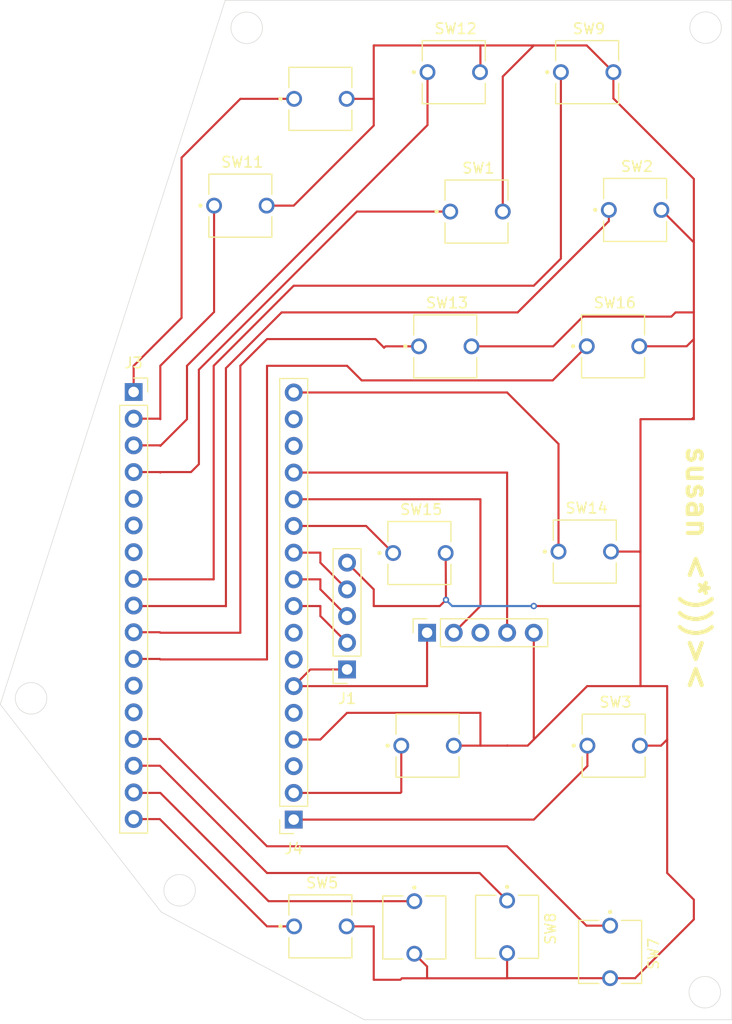
<source format=kicad_pcb>
(kicad_pcb (version 20240108) (generator "pcbnew") (generator_version "8.0")
  (layers (0 "F.Cu" signal) (31 "B.Cu" signal) (34 "B.Paste" user) (35 "F.Paste" user) (36 "B.SilkS" user "B.Silkscreen") (37 "F.SilkS" user "F.Silkscreen") (38 "B.Mask" user) (39 "F.Mask" user) (44 "Edge.Cuts" user))
  (net 0 "")
  (net 1 "/D8")
  (net 2 "/VCC")
  (net 3 "/A0")
  (net 4 "/GND")
  (net 5 "/A1")
  (net 6 "/D16")
  (net 7 "/D6")
  (net 8 "/D7")
  (net 9 "/D17")
  (net 10 "/D11")
  (net 11 "/D10")
  (net 12 "/D15")
  (net 13 "/RST")
  (net 14 "/D14")
  (net 15 "/D5")
  (net 16 "/D2")
  (net 17 "/D3")
  (net 18 "/D12")
  (net 19 "/D9")
  (net 20 "/D4")
  (net 21 "/3V")
  (net 22 "/A2")
  (net 23 "/NC")
  (net 24 "/D13")
  (net 25 "/VIN")
  (net 26 "/A3")
  (net 27 "/A5")
  (net 28 "/A4")
  (net 29 "/REF")
  (net 30 "/D0")
  (net 31 "/D1")
  (footprint "Downloads:SW_BUTT-2" (layer "F.Cu") (at 139.7 66.04)
    (property "Reference" "SW11" (at 0.175 -4.135 0) (layer "F.SilkS"))
    (property "Value" "D_Pad_LEFT")
    (fp_line (start -3 -3) (end 3 -3) (stroke (width 0.127)) (layer "F.SilkS"))
    (fp_line (start -3 -1.075) (end -3 -3) (stroke (width 0.127)) (layer "F.SilkS"))
    (fp_line (start -3 3) (end -3 1.075) (stroke (width 0.127)) (layer "F.SilkS"))
    (fp_line (start 3 -3) (end 3 -1.075) (stroke (width 0.127)) (layer "F.SilkS"))
    (fp_line (start 3 1.075) (end 3 3) (stroke (width 0.127)) (layer "F.SilkS"))
    (fp_line (start 3 3) (end -3 3) (stroke (width 0.127)) (layer "F.SilkS"))
    (fp_circle (center -3.8 0) (end -3.7 0) (stroke (width 0.2)) (fill none) (layer "F.SilkS"))
    (pad "1" thru_hole circle (at -2.5 0) (size 1.508 1.508) (drill 1) (layers "*.Cu" "*.Mask") (net 10 "/D11"))
    (pad "2" thru_hole circle (at 2.5 0) (size 1.508 1.508) (drill 1) (layers "*.Cu" "*.Mask") (net 4 "/GND"))
  )
  (footprint "Downloads:SW_BUTT-2" (layer "F.Cu") (at 156.749313 99.095503)
    (property "Reference" "SW15" (at 0.175 -4.135 0) (layer "F.SilkS"))
    (property "Value" "Y_Button" (hide yes))
    (fp_line (start -3 -3) (end 3 -3) (stroke (width 0.127)) (layer "F.SilkS"))
    (fp_line (start -3 -1.075) (end -3 -3) (stroke (width 0.127)) (layer "F.SilkS"))
    (fp_line (start -3 3) (end -3 1.075) (stroke (width 0.127)) (layer "F.SilkS"))
    (fp_line (start 3 -3) (end 3 -1.075) (stroke (width 0.127)) (layer "F.SilkS"))
    (fp_line (start 3 1.075) (end 3 3) (stroke (width 0.127)) (layer "F.SilkS"))
    (fp_line (start 3 3) (end -3 3) (stroke (width 0.127)) (layer "F.SilkS"))
    (fp_circle (center -3.8 0) (end -3.7 0) (stroke (width 0.2)) (fill none) (layer "F.SilkS"))
    (pad "1" thru_hole circle (at -2.5 0) (size 1.508 1.508) (drill 1) (layers "*.Cu" "*.Mask") (net 22 "/A2"))
    (pad "2" thru_hole circle (at 2.5 0) (size 1.508 1.508) (drill 1) (layers "*.Cu" "*.Mask") (net 4 "/GND"))
  )
  (footprint "Connector_PinSocket_2.54mm:PinSocket_1x17_P2.54mm_Vertical" (layer "F.Cu") (at 129.54 83.77259)
    (property "Reference" "J3" (at 0 -2.77 0) (layer "F.SilkS"))
    (property "Value" "Conn_01x17_Pin" (hide yes))
    (fp_line (start -1.33 1.27) (end -1.33 41.97) (stroke (width 0.12)) (layer "F.SilkS"))
    (fp_line (start -1.33 1.27) (end 1.33 1.27) (stroke (width 0.12)) (layer "F.SilkS"))
    (fp_line (start -1.33 41.97) (end 1.33 41.97) (stroke (width 0.12)) (layer "F.SilkS"))
    (fp_line (start 0 -1.33) (end 1.33 -1.33) (stroke (width 0.12)) (layer "F.SilkS"))
    (fp_line (start 1.33 -1.33) (end 1.33 0) (stroke (width 0.12)) (layer "F.SilkS"))
    (fp_line (start 1.33 1.27) (end 1.33 41.97) (stroke (width 0.12)) (layer "F.SilkS"))
    (pad "1" thru_hole rect (at 0 0) (size 1.7 1.7) (drill 1) (layers "*.Cu" "*.Mask") (net 18 "/D12"))
    (pad "2" thru_hole oval (at 0 2.54) (size 1.7 1.7) (drill 1) (layers "*.Cu" "*.Mask") (net 10 "/D11"))
    (pad "3" thru_hole oval (at 0 5.08) (size 1.7 1.7) (drill 1) (layers "*.Cu" "*.Mask") (net 11 "/D10"))
    (pad "4" thru_hole oval (at 0 7.62) (size 1.7 1.7) (drill 1) (layers "*.Cu" "*.Mask") (net 19 "/D9"))
    (pad "5" thru_hole oval (at 0 10.16) (size 1.7 1.7) (drill 1) (layers "*.Cu" "*.Mask") (net 1 "/D8"))
    (pad "6" thru_hole oval (at 0 12.7) (size 1.7 1.7) (drill 1) (layers "*.Cu" "*.Mask") (net 8 "/D7"))
    (pad "7" thru_hole oval (at 0 15.24) (size 1.7 1.7) (drill 1) (layers "*.Cu" "*.Mask") (net 7 "/D6"))
    (pad "8" thru_hole oval (at 0 17.78) (size 1.7 1.7) (drill 1) (layers "*.Cu" "*.Mask") (net 15 "/D5"))
    (pad "9" thru_hole oval (at 0 20.32) (size 1.7 1.7) (drill 1) (layers "*.Cu" "*.Mask") (net 20 "/D4"))
    (pad "10" thru_hole oval (at 0 22.86) (size 1.7 1.7) (drill 1) (layers "*.Cu" "*.Mask") (net 17 "/D3"))
    (pad "11" thru_hole oval (at 0 25.4) (size 1.7 1.7) (drill 1) (layers "*.Cu" "*.Mask") (net 16 "/D2"))
    (pad "12" thru_hole oval (at 0 27.94) (size 1.7 1.7) (drill 1) (layers "*.Cu" "*.Mask") (net 4 "/GND"))
    (pad "13" thru_hole oval (at 0 30.48) (size 1.7 1.7) (drill 1) (layers "*.Cu" "*.Mask") (net 13 "/RST"))
    (pad "14" thru_hole oval (at 0 33.02) (size 1.7 1.7) (drill 1) (layers "*.Cu" "*.Mask") (net 30 "/D0"))
    (pad "15" thru_hole oval (at 0 35.56) (size 1.7 1.7) (drill 1) (layers "*.Cu" "*.Mask") (net 31 "/D1"))
    (pad "16" thru_hole oval (at 0 38.1) (size 1.7 1.7) (drill 1) (layers "*.Cu" "*.Mask") (net 9 "/D17"))
    (pad "17" thru_hole oval (at 0 40.64) (size 1.7 1.7) (drill 1) (layers "*.Cu" "*.Mask") (net 6 "/D16"))
  )
  (footprint "Downloads:SW_BUTT-2" (layer "F.Cu") (at 165.1 134.66 -90)
    (property "Reference" "SW8" (at 0.175 -4.135 90) (layer "F.SilkS"))
    (property "Value" "Select_Button")
    (fp_line (start -3 3) (end -3 1.075) (stroke (width 0.127)) (layer "F.SilkS"))
    (fp_line (start 3 3) (end -3 3) (stroke (width 0.127)) (layer "F.SilkS"))
    (fp_line (start 3 1.075) (end 3 3) (stroke (width 0.127)) (layer "F.SilkS"))
    (fp_line (start -3 -1.075) (end -3 -3) (stroke (width 0.127)) (layer "F.SilkS"))
    (fp_line (start -3 -3) (end 3 -3) (stroke (width 0.127)) (layer "F.SilkS"))
    (fp_line (start 3 -3) (end 3 -1.075) (stroke (width 0.127)) (layer "F.SilkS"))
    (fp_circle (center -3.8 0) (end -3.7 0) (stroke (width 0.2)) (fill none) (layer "F.SilkS"))
    (pad "1" thru_hole circle (at -2.5 0 270) (size 1.508 1.508) (drill 1) (layers "*.Cu" "*.Mask") (net 31 "/D1"))
    (pad "2" thru_hole circle (at 2.5 0 270) (size 1.508 1.508) (drill 1) (layers "*.Cu" "*.Mask") (net 4 "/GND"))
  )
  (footprint "Downloads:SW_BUTT-2" (layer "F.Cu") (at 162.185753 66.605625)
    (property "Reference" "SW1" (at 0.175 -4.135 0) (layer "F.SilkS"))
    (property "Value" "Left_Trigger")
    (fp_line (start -3 -3) (end 3 -3) (stroke (width 0.127)) (layer "F.SilkS"))
    (fp_line (start -3 -1.075) (end -3 -3) (stroke (width 0.127)) (layer "F.SilkS"))
    (fp_line (start -3 3) (end -3 1.075) (stroke (width 0.127)) (layer "F.SilkS"))
    (fp_line (start 3 -3) (end 3 -1.075) (stroke (width 0.127)) (layer "F.SilkS"))
    (fp_line (start 3 1.075) (end 3 3) (stroke (width 0.127)) (layer "F.SilkS"))
    (fp_line (start 3 3) (end -3 3) (stroke (width 0.127)) (layer "F.SilkS"))
    (fp_circle (center -3.8 0) (end -3.7 0) (stroke (width 0.2)) (fill none) (layer "F.SilkS"))
    (pad "1" thru_hole circle (at -2.5 0) (size 1.508 1.508) (drill 1) (layers "*.Cu" "*.Mask") (net 19 "/D9"))
    (pad "2" thru_hole circle (at 2.5 0) (size 1.508 1.508) (drill 1) (layers "*.Cu" "*.Mask") (net 4 "/GND"))
  )
  (footprint "Downloads:SW_BUTT-2" (layer "F.Cu") (at 177.287224 66.449227)
    (property "Reference" "SW2" (at 0.175 -4.135 0) (layer "F.SilkS"))
    (property "Value" "Right_Trigger")
    (fp_line (start -3 -3) (end 3 -3) (stroke (width 0.127)) (layer "F.SilkS"))
    (fp_line (start -3 -1.075) (end -3 -3) (stroke (width 0.127)) (layer "F.SilkS"))
    (fp_line (start -3 3) (end -3 1.075) (stroke (width 0.127)) (layer "F.SilkS"))
    (fp_line (start 3 -3) (end 3 -1.075) (stroke (width 0.127)) (layer "F.SilkS"))
    (fp_line (start 3 1.075) (end 3 3) (stroke (width 0.127)) (layer "F.SilkS"))
    (fp_line (start 3 3) (end -3 3) (stroke (width 0.127)) (layer "F.SilkS"))
    (fp_circle (center -3.8 0) (end -3.7 0) (stroke (width 0.2)) (fill none) (layer "F.SilkS"))
    (pad "1" thru_hole circle (at -2.5 0) (size 1.508 1.508) (drill 1) (layers "*.Cu" "*.Mask") (net 20 "/D4"))
    (pad "2" thru_hole circle (at 2.5 0) (size 1.508 1.508) (drill 1) (layers "*.Cu" "*.Mask") (net 4 "/GND"))
  )
  (footprint "Downloads:SW_BUTT-2" (layer "F.Cu") (at 175.185285 79.423786)
    (property "Reference" "SW16" (at 0.175 -4.135 0) (layer "F.SilkS"))
    (property "Value" "B_Button")
    (fp_line (start -3 -3) (end 3 -3) (stroke (width 0.127)) (layer "F.SilkS"))
    (fp_line (start -3 -1.075) (end -3 -3) (stroke (width 0.127)) (layer "F.SilkS"))
    (fp_line (start -3 3) (end -3 1.075) (stroke (width 0.127)) (layer "F.SilkS"))
    (fp_line (start 3 -3) (end 3 -1.075) (stroke (width 0.127)) (layer "F.SilkS"))
    (fp_line (start 3 1.075) (end 3 3) (stroke (width 0.127)) (layer "F.SilkS"))
    (fp_line (start 3 3) (end -3 3) (stroke (width 0.127)) (layer "F.SilkS"))
    (fp_circle (center -3.8 0) (end -3.7 0) (stroke (width 0.2)) (fill none) (layer "F.SilkS"))
    (pad "1" thru_hole circle (at -2.5 0) (size 1.508 1.508) (drill 1) (layers "*.Cu" "*.Mask") (net 16 "/D2"))
    (pad "2" thru_hole circle (at 2.5 0) (size 1.508 1.508) (drill 1) (layers "*.Cu" "*.Mask") (net 4 "/GND"))
  )
  (footprint "Connector_PinSocket_2.54mm:PinSocket_1x05_P2.54mm_Vertical" (layer "F.Cu") (at 149.86 110.173624 180)
    (property "Reference" "J1" (at 0 -2.77 180) (layer "F.SilkS"))
    (property "Value" "Joystick_F_TH")
    (fp_line (start 1.33 1.27) (end 1.33 11.49) (stroke (width 0.12)) (layer "F.SilkS"))
    (fp_line (start 1.33 -1.33) (end 1.33 0) (stroke (width 0.12)) (layer "F.SilkS"))
    (fp_line (start 0 -1.33) (end 1.33 -1.33) (stroke (width 0.12)) (layer "F.SilkS"))
    (fp_line (start -1.33 11.49) (end 1.33 11.49) (stroke (width 0.12)) (layer "F.SilkS"))
    (fp_line (start -1.33 1.27) (end 1.33 1.27) (stroke (width 0.12)) (layer "F.SilkS"))
    (fp_line (start -1.33 1.27) (end -1.33 11.49) (stroke (width 0.12)) (layer "F.SilkS"))
    (pad "1" thru_hole rect (at 0 0 180) (size 1.7 1.7) (drill 1) (layers "*.Cu" "*.Mask") (net 2 "/VCC"))
    (pad "2" thru_hole oval (at 0 2.54 180) (size 1.7 1.7) (drill 1) (layers "*.Cu" "*.Mask") (net 27 "/A5"))
    (pad "3" thru_hole oval (at 0 5.08 180) (size 1.7 1.7) (drill 1) (layers "*.Cu" "*.Mask") (net 28 "/A4"))
    (pad "4" thru_hole oval (at 0 7.62 180) (size 1.7 1.7) (drill 1) (layers "*.Cu" "*.Mask") (net 26 "/A3"))
    (pad "5" thru_hole oval (at 0 10.16 180) (size 1.7 1.7) (drill 1) (layers "*.Cu" "*.Mask") (net 4 "/GND"))
  )
  (footprint "Downloads:SW_BUTT-2" (layer "F.Cu") (at 157.524084 117.423391)
    (property "Reference" "SW4" (hide yes))
    (property "Value" "Left_Bumper")
    (fp_line (start -3 -3) (end 3 -3) (stroke (width 0.127)) (layer "F.SilkS"))
    (fp_line (start -3 -1.075) (end -3 -3) (stroke (width 0.127)) (layer "F.SilkS"))
    (fp_line (start -3 3) (end -3 1.075) (stroke (width 0.127)) (layer "F.SilkS"))
    (fp_line (start 3 -3) (end 3 -1.075) (stroke (width 0.127)) (layer "F.SilkS"))
    (fp_line (start 3 1.075) (end 3 3) (stroke (width 0.127)) (layer "F.SilkS"))
    (fp_line (start 3 3) (end -3 3) (stroke (width 0.127)) (layer "F.SilkS"))
    (fp_circle (center -3.8 0) (end -3.7 0) (stroke (width 0.2)) (fill none) (layer "F.SilkS"))
    (pad "1" thru_hole circle (at -2.5 0) (size 1.508 1.508) (drill 1) (layers "*.Cu" "*.Mask") (net 14 "/D14"))
    (pad "2" thru_hole circle (at 2.5 0) (size 1.508 1.508) (drill 1) (layers "*.Cu" "*.Mask") (net 4 "/GND"))
  )
  (footprint "Downloads:SW_BUTT-2" (layer "F.Cu") (at 172.493718 98.957746)
    (property "Reference" "SW14" (at 0.175 -4.135 0) (layer "F.SilkS"))
    (property "Value" "X_Button" (hide yes))
    (fp_line (start -3 -3) (end 3 -3) (stroke (width 0.127)) (layer "F.SilkS"))
    (fp_line (start -3 -1.075) (end -3 -3) (stroke (width 0.127)) (layer "F.SilkS"))
    (fp_line (start -3 3) (end -3 1.075) (stroke (width 0.127)) (layer "F.SilkS"))
    (fp_line (start 3 -3) (end 3 -1.075) (stroke (width 0.127)) (layer "F.SilkS"))
    (fp_line (start 3 1.075) (end 3 3) (stroke (width 0.127)) (layer "F.SilkS"))
    (fp_line (start 3 3) (end -3 3) (stroke (width 0.127)) (layer "F.SilkS"))
    (fp_circle (center -3.8 0) (end -3.7 0) (stroke (width 0.2)) (fill none) (layer "F.SilkS"))
    (pad "1" thru_hole circle (at -2.5 0) (size 1.508 1.508) (drill 1) (layers "*.Cu" "*.Mask") (net 24 "/D13"))
    (pad "2" thru_hole circle (at 2.5 0) (size 1.508 1.508) (drill 1) (layers "*.Cu" "*.Mask") (net 4 "/GND"))
  )
  (footprint "Downloads:SW_BUTT-2" (layer "F.Cu") (at 160.02 53.34)
    (property "Reference" "SW12" (at 0.175 -4.135 0) (layer "F.SilkS"))
    (property "Value" "D_Pad_RIGHT")
    (fp_line (start -3 -3) (end 3 -3) (stroke (width 0.127)) (layer "F.SilkS"))
    (fp_line (start -3 -1.075) (end -3 -3) (stroke (width 0.127)) (layer "F.SilkS"))
    (fp_line (start -3 3) (end -3 1.075) (stroke (width 0.127)) (layer "F.SilkS"))
    (fp_line (start 3 -3) (end 3 -1.075) (stroke (width 0.127)) (layer "F.SilkS"))
    (fp_line (start 3 1.075) (end 3 3) (stroke (width 0.127)) (layer "F.SilkS"))
    (fp_line (start 3 3) (end -3 3) (stroke (width 0.127)) (layer "F.SilkS"))
    (fp_circle (center -3.8 0) (end -3.7 0) (stroke (width 0.2)) (fill none) (layer "F.SilkS"))
    (pad "1" thru_hole circle (at -2.5 0) (size 1.508 1.508) (drill 1) (layers "*.Cu" "*.Mask") (net 11 "/D10"))
    (pad "2" thru_hole circle (at 2.5 0) (size 1.508 1.508) (drill 1) (layers "*.Cu" "*.Mask") (net 4 "/GND"))
  )
  (footprint "Downloads:SW_BUTT-2" (layer "F.Cu") (at 174.908308 137.050096 -90)
    (property "Reference" "SW7" (at 0.175 -4.135 90) (layer "F.SilkS"))
    (property "Value" "Joy_Button")
    (fp_line (start -3 3) (end -3 1.075) (stroke (width 0.127)) (layer "F.SilkS"))
    (fp_line (start 3 3) (end -3 3) (stroke (width 0.127)) (layer "F.SilkS"))
    (fp_line (start 3 1.075) (end 3 3) (stroke (width 0.127)) (layer "F.SilkS"))
    (fp_line (start -3 -1.075) (end -3 -3) (stroke (width 0.127)) (layer "F.SilkS"))
    (fp_line (start -3 -3) (end 3 -3) (stroke (width 0.127)) (layer "F.SilkS"))
    (fp_line (start 3 -3) (end 3 -1.075) (stroke (width 0.127)) (layer "F.SilkS"))
    (fp_circle (center -3.8 0) (end -3.7 0) (stroke (width 0.2)) (fill none) (layer "F.SilkS"))
    (pad "1" thru_hole circle (at -2.5 0 270) (size 1.508 1.508) (drill 1) (layers "*.Cu" "*.Mask") (net 30 "/D0"))
    (pad "2" thru_hole circle (at 2.5 0 270) (size 1.508 1.508) (drill 1) (layers "*.Cu" "*.Mask") (net 4 "/GND"))
  )
  (footprint "Downloads:SW_BUTT-2" (layer "F.Cu") (at 147.32 134.62)
    (property "Reference" "SW5" (at 0.175 -4.135 0) (layer "F.SilkS"))
    (property "Value" "Start_Button")
    (fp_line (start -3 -3) (end 3 -3) (stroke (width 0.127)) (layer "F.SilkS"))
    (fp_line (start -3 -1.075) (end -3 -3) (stroke (width 0.127)) (layer "F.SilkS"))
    (fp_line (start -3 3) (end -3 1.075) (stroke (width 0.127)) (layer "F.SilkS"))
    (fp_line (start 3 -3) (end 3 -1.075) (stroke (width 0.127)) (layer "F.SilkS"))
    (fp_line (start 3 1.075) (end 3 3) (stroke (width 0.127)) (layer "F.SilkS"))
    (fp_line (start 3 3) (end -3 3) (stroke (width 0.127)) (layer "F.SilkS"))
    (fp_circle (center -3.8 0) (end -3.7 0) (stroke (width 0.2)) (fill none) (layer "F.SilkS"))
    (pad "1" thru_hole circle (at -2.5 0) (size 1.508 1.508) (drill 1) (layers "*.Cu" "*.Mask") (net 6 "/D16"))
    (pad "2" thru_hole circle (at 2.5 0) (size 1.508 1.508) (drill 1) (layers "*.Cu" "*.Mask") (net 4 "/GND"))
  )
  (footprint "Downloads:SW_BUTT-2" (layer "F.Cu") (at 159.209308 79.430209)
    (property "Reference" "SW13" (at 0.175 -4.135 0) (layer "F.SilkS"))
    (property "Value" "A_Button")
    (fp_line (start -3 -3) (end 3 -3) (stroke (width 0.127)) (layer "F.SilkS"))
    (fp_line (start -3 -1.075) (end -3 -3) (stroke (width 0.127)) (layer "F.SilkS"))
    (fp_line (start -3 3) (end -3 1.075) (stroke (width 0.127)) (layer "F.SilkS"))
    (fp_line (start 3 -3) (end 3 -1.075) (stroke (width 0.127)) (layer "F.SilkS"))
    (fp_line (start 3 1.075) (end 3 3) (stroke (width 0.127)) (layer "F.SilkS"))
    (fp_line (start 3 3) (end -3 3) (stroke (width 0.127)) (layer "F.SilkS"))
    (fp_circle (center -3.8 0) (end -3.7 0) (stroke (width 0.2)) (fill none) (layer "F.SilkS"))
    (pad "1" thru_hole circle (at -2.5 0) (size 1.508 1.508) (drill 1) (layers "*.Cu" "*.Mask") (net 17 "/D3"))
    (pad "2" thru_hole circle (at 2.5 0) (size 1.508 1.508) (drill 1) (layers "*.Cu" "*.Mask") (net 4 "/GND"))
  )
  (footprint "Connector_PinSocket_2.54mm:PinSocket_1x05_P2.54mm_Vertical" (layer "F.Cu") (at 157.48 106.68 90)
    (property "Reference" "J2" (hide yes))
    (property "Value" "Joystick_B_TH")
    (fp_line (start 1.33 -1.33) (end 1.33 0) (stroke (width 0.12)) (layer "F.SilkS"))
    (fp_line (start 0 -1.33) (end 1.33 -1.33) (stroke (width 0.12)) (layer "F.SilkS"))
    (fp_line (start 1.33 1.27) (end 1.33 11.49) (stroke (width 0.12)) (layer "F.SilkS"))
    (fp_line (start -1.33 1.27) (end 1.33 1.27) (stroke (width 0.12)) (layer "F.SilkS"))
    (fp_line (start -1.33 1.27) (end -1.33 11.49) (stroke (width 0.12)) (layer "F.SilkS"))
    (fp_line (start -1.33 11.49) (end 1.33 11.49) (stroke (width 0.12)) (layer "F.SilkS"))
    (pad "1" thru_hole rect (at 0 0 90) (size 1.7 1.7) (drill 1) (layers "*.Cu" "*.Mask") (net 2 "/VCC"))
    (pad "2" thru_hole oval (at 0 2.54 90) (size 1.7 1.7) (drill 1) (layers "*.Cu" "*.Mask") (net 5 "/A1"))
    (pad "3" thru_hole oval (at 0 5.08 90) (size 1.7 1.7) (drill 1) (layers "*.Cu" "*.Mask") (net 15 "/D5"))
    (pad "4" thru_hole oval (at 0 7.62 90) (size 1.7 1.7) (drill 1) (layers "*.Cu" "*.Mask") (net 3 "/A0"))
    (pad "5" thru_hole oval (at 0 10.16 90) (size 1.7 1.7) (drill 1) (layers "*.Cu" "*.Mask") (net 4 "/GND"))
  )
  (footprint "Downloads:SW_BUTT-2" (layer "F.Cu") (at 175.246012 117.423391)
    (property "Reference" "SW3" (at 0.175 -4.135 0) (layer "F.SilkS"))
    (property "Value" "Right_Bumper")
    (fp_line (start -3 -3) (end 3 -3) (stroke (width 0.127)) (layer "F.SilkS"))
    (fp_line (start -3 -1.075) (end -3 -3) (stroke (width 0.127)) (layer "F.SilkS"))
    (fp_line (start -3 3) (end -3 1.075) (stroke (width 0.127)) (layer "F.SilkS"))
    (fp_line (start 3 -3) (end 3 -1.075) (stroke (width 0.127)) (layer "F.SilkS"))
    (fp_line (start 3 1.075) (end 3 3) (stroke (width 0.127)) (layer "F.SilkS"))
    (fp_line (start 3 3) (end -3 3) (stroke (width 0.127)) (layer "F.SilkS"))
    (fp_circle (center -3.8 0) (end -3.7 0) (stroke (width 0.2)) (fill none) (layer "F.SilkS"))
    (pad "1" thru_hole circle (at -2.5 0) (size 1.508 1.508) (drill 1) (layers "*.Cu" "*.Mask") (net 12 "/D15"))
    (pad "2" thru_hole circle (at 2.5 0) (size 1.508 1.508) (drill 1) (layers "*.Cu" "*.Mask") (net 4 "/GND"))
  )
  (footprint "Downloads:SW_BUTT-2" (layer "F.Cu") (at 156.265609 134.723352 -90)
    (property "Reference" "SW6" (hide yes))
    (property "Value" "Home_Button" (hide yes))
    (fp_line (start -3 3) (end -3 1.075) (stroke (width 0.127)) (layer "F.SilkS"))
    (fp_line (start 3 3) (end -3 3) (stroke (width 0.127)) (layer "F.SilkS"))
    (fp_line (start 3 1.075) (end 3 3) (stroke (width 0.127)) (layer "F.SilkS"))
    (fp_line (start -3 -1.075) (end -3 -3) (stroke (width 0.127)) (layer "F.SilkS"))
    (fp_line (start -3 -3) (end 3 -3) (stroke (width 0.127)) (layer "F.SilkS"))
    (fp_line (start 3 -3) (end 3 -1.075) (stroke (width 0.127)) (layer "F.SilkS"))
    (fp_circle (center -3.8 0) (end -3.7 0) (stroke (width 0.2)) (fill none) (layer "F.SilkS"))
    (pad "1" thru_hole circle (at -2.5 0 270) (size 1.508 1.508) (drill 1) (layers "*.Cu" "*.Mask") (net 9 "/D17"))
    (pad "2" thru_hole circle (at 2.5 0 270) (size 1.508 1.508) (drill 1) (layers "*.Cu" "*.Mask") (net 4 "/GND"))
  )
  (footprint "Downloads:SW_BUTT-2" (layer "F.Cu") (at 147.32 55.88)
    (property "Reference" "SW10" (hide yes))
    (property "Value" "D_Pad_DOWN")
    (fp_line (start -3 -3) (end 3 -3) (stroke (width 0.127)) (layer "F.SilkS"))
    (fp_line (start -3 -1.075) (end -3 -3) (stroke (width 0.127)) (layer "F.SilkS"))
    (fp_line (start -3 3) (end -3 1.075) (stroke (width 0.127)) (layer "F.SilkS"))
    (fp_line (start 3 -3) (end 3 -1.075) (stroke (width 0.127)) (layer "F.SilkS"))
    (fp_line (start 3 1.075) (end 3 3) (stroke (width 0.127)) (layer "F.SilkS"))
    (fp_line (start 3 3) (end -3 3) (stroke (width 0.127)) (layer "F.SilkS"))
    (fp_circle (center -3.8 0) (end -3.7 0) (stroke (width 0.2)) (fill none) (layer "F.SilkS"))
    (pad "1" thru_hole circle (at -2.5 0) (size 1.508 1.508) (drill 1) (layers "*.Cu" "*.Mask") (net 18 "/D12"))
    (pad "2" thru_hole circle (at 2.5 0) (size 1.508 1.508) (drill 1) (layers "*.Cu" "*.Mask") (net 4 "/GND"))
  )
  (footprint "Connector_PinSocket_2.54mm:PinSocket_1x17_P2.54mm_Vertical" (layer "F.Cu") (at 144.78 124.46 180)
    (property "Reference" "J4" (at 0 -2.77 180) (layer "F.SilkS"))
    (property "Value" "Conn_01x17_Pin")
    (fp_line (start 1.33 1.27) (end 1.33 41.97) (stroke (width 0.12)) (layer "F.SilkS"))
    (fp_line (start 1.33 -1.33) (end 1.33 0) (stroke (width 0.12)) (layer "F.SilkS"))
    (fp_line (start 0 -1.33) (end 1.33 -1.33) (stroke (width 0.12)) (layer "F.SilkS"))
    (fp_line (start -1.33 41.97) (end 1.33 41.97) (stroke (width 0.12)) (layer "F.SilkS"))
    (fp_line (start -1.33 1.27) (end 1.33 1.27) (stroke (width 0.12)) (layer "F.SilkS"))
    (fp_line (start -1.33 1.27) (end -1.33 41.97) (stroke (width 0.12)) (layer "F.SilkS"))
    (pad "1" thru_hole rect (at 0 0 180) (size 1.7 1.7) (drill 1) (layers "*.Cu" "*.Mask") (net 12 "/D15"))
    (pad "2" thru_hole oval (at 0 2.54 180) (size 1.7 1.7) (drill 1) (layers "*.Cu" "*.Mask") (net 14 "/D14"))
    (pad "3" thru_hole oval (at 0 5.08 180) (size 1.7 1.7) (drill 1) (layers "*.Cu" "*.Mask") (net 25 "/VIN"))
    (pad "4" thru_hole oval (at 0 7.62 180) (size 1.7 1.7) (drill 1) (layers "*.Cu" "*.Mask") (net 4 "/GND"))
    (pad "5" thru_hole oval (at 0 10.16 180) (size 1.7 1.7) (drill 1) (layers "*.Cu" "*.Mask") (net 13 "/RST"))
    (pad "6" thru_hole oval (at 0 12.7 180) (size 1.7 1.7) (drill 1) (layers "*.Cu" "*.Mask") (net 2 "/VCC"))
    (pad "7" thru_hole oval (at 0 15.24 180) (size 1.7 1.7) (drill 1) (layers "*.Cu" "*.Mask") (net 23 "/NC"))
    (pad "8" thru_hole oval (at 0 17.78 180) (size 1.7 1.7) (drill 1) (layers "*.Cu" "*.Mask") (net 23 "/NC"))
    (pad "9" thru_hole oval (at 0 20.32 180) (size 1.7 1.7) (drill 1) (layers "*.Cu" "*.Mask") (net 27 "/A5"))
    (pad "10" thru_hole oval (at 0 22.86 180) (size 1.7 1.7) (drill 1) (layers "*.Cu" "*.Mask") (net 28 "/A4"))
    (pad "11" thru_hole oval (at 0 25.4 180) (size 1.7 1.7) (drill 1) (layers "*.Cu" "*.Mask") (net 26 "/A3"))
    (pad "12" thru_hole oval (at 0 27.94 180) (size 1.7 1.7) (drill 1) (layers "*.Cu" "*.Mask") (net 22 "/A2"))
    (pad "13" thru_hole oval (at 0 30.48 180) (size 1.7 1.7) (drill 1) (layers "*.Cu" "*.Mask") (net 5 "/A1"))
    (pad "14" thru_hole oval (at 0 33.02 180) (size 1.7 1.7) (drill 1) (layers "*.Cu" "*.Mask") (net 3 "/A0"))
    (pad "15" thru_hole oval (at 0 35.56 180) (size 1.7 1.7) (drill 1) (layers "*.Cu" "*.Mask") (net 29 "/REF"))
    (pad "16" thru_hole oval (at 0 38.1 180) (size 1.7 1.7) (drill 1) (layers "*.Cu" "*.Mask") (net 21 "/3V"))
    (pad "17" thru_hole oval (at 0 40.64 180) (size 1.7 1.7) (drill 1) (layers "*.Cu" "*.Mask") (net 24 "/D13"))
  )
  (footprint "Downloads:SW_BUTT-2" (layer "F.Cu") (at 172.72 53.34)
    (property "Reference" "SW9" (at 0.175 -4.135 0) (layer "F.SilkS"))
    (property "Value" "D_Pad_UP" (hide yes))
    (fp_line (start -3 -3) (end 3 -3) (stroke (width 0.127)) (layer "F.SilkS"))
    (fp_line (start -3 -1.075) (end -3 -3) (stroke (width 0.127)) (layer "F.SilkS"))
    (fp_line (start -3 3) (end -3 1.075) (stroke (width 0.127)) (layer "F.SilkS"))
    (fp_line (start 3 -3) (end 3 -1.075) (stroke (width 0.127)) (layer "F.SilkS"))
    (fp_line (start 3 1.075) (end 3 3) (stroke (width 0.127)) (layer "F.SilkS"))
    (fp_line (start 3 3) (end -3 3) (stroke (width 0.127)) (layer "F.SilkS"))
    (fp_circle (center -3.8 0) (end -3.7 0) (stroke (width 0.2)) (fill none) (layer "F.SilkS"))
    (pad "1" thru_hole circle (at -2.5 0) (size 1.508 1.508) (drill 1) (layers "*.Cu" "*.Mask") (net 15 "/D5"))
    (pad "2" thru_hole circle (at 2.5 0) (size 1.508 1.508) (drill 1) (layers "*.Cu" "*.Mask") (net 4 "/GND"))
  )
  (gr_line (start 132.161297 133.254945) (end 151.5 143.5) (stroke (width 0.05)) (layer "Edge.Cuts"))
  (gr_line (start 186.5 46.5) (end 186.5 113.5) (stroke (width 0.05)) (layer "Edge.Cuts"))
  (gr_line (start 186.5 143.5) (end 151.5 143.5) (stroke (width 0.05)) (layer "Edge.Cuts"))
  (gr_circle (center 140.30418 49.120068) (end 141.80418 49.120068) (stroke (width 0.05)) (fill none) (layer "Edge.Cuts"))
  (gr_line (start 138.26 46.5) (end 116.84 113.5) (stroke (width 0.05)) (layer "Edge.Cuts"))
  (gr_line (start 186.5 113.5) (end 186.5 143.5) (stroke (width 0.05)) (layer "Edge.Cuts"))
  (gr_circle (center 133.91857 131.183274) (end 135.41857 131.183274) (stroke (width 0.05)) (fill none) (layer "Edge.Cuts"))
  (gr_line (start 138.26 46.5) (end 186.5 46.5) (stroke (width 0.05)) (layer "Edge.Cuts"))
  (gr_circle (center 183.92154 140.88501) (end 185.42154 140.88501) (stroke (width 0.05)) (fill none) (layer "Edge.Cuts"))
  (gr_circle (center 119.773215 112.921082) (end 121.273215 112.921082) (stroke (width 0.05)) (fill none) (layer "Edge.Cuts"))
  (gr_line (start 116.84 113.5) (end 132.161297 133.254945) (stroke (width 0.05)) (layer "Edge.Cuts"))
  (gr_circle (center 183.999439 49.10721) (end 185.499439 49.10721) (stroke (width 0.05)) (fill none) (layer "Edge.Cuts"))
  (gr_text "susan <*)))><\n" (at 182.034987 88.72711 270) (layer "F.SilkS") (effects (font (size 2 2) (thickness 0.4) (bold yes)) (justify left bottom)))
  (segment (start 146.366376 110.173624) (end 144.78 111.76) (width 0.2) (layer "F.Cu") (net 2))
  (segment (start 157.48 106.68) (end 157.48 111.76) (width 0.2) (layer "F.Cu") (net 2))
  (segment (start 149.86 110.173624) (end 146.366376 110.173624) (width 0.2) (layer "F.Cu") (net 2))
  (segment (start 157.48 111.76) (end 144.78 111.76) (width 0.2) (layer "F.Cu") (net 2))
  (segment (start 144.78 91.44) (end 165.1 91.44) (width 0.2) (layer "F.Cu") (net 3))
  (segment (start 165.1 91.44) (end 165.1 106.68) (width 0.2) (layer "F.Cu") (net 3))
  (segment (start 179.787224 66.449227) (end 182.88 69.542003) (width 0.2) (layer "F.Cu") (net 4))
  (segment (start 177.8 99.06) (end 177.8 104.14) (width 0.2) (layer "F.Cu") (net 4))
  (segment (start 182.88 132.08) (end 182.88 133.957282) (width 0.2) (layer "F.Cu") (net 4))
  (segment (start 159.249313 99.095503) (end 158.87 99.474816) (width 0.2) (layer "F.Cu") (net 4))
  (segment (start 159.249313 103.574153) (end 159.278151 103.602991) (width 0.2) (layer "F.Cu") (net 4))
  (segment (start 182.88 63.5) (end 182.88 69.542003) (width 0.2) (layer "F.Cu") (net 4))
  (segment (start 162.56 117.423391) (end 165.1 117.423391) (width 0.2) (layer "F.Cu") (net 4))
  (segment (start 177.266418 139.550096) (end 174.908308 139.550096) (width 0.2) (layer "F.Cu") (net 4))
  (segment (start 181.14 76.2) (end 182.88 76.2) (width 0.2) (layer "F.Cu") (net 4))
  (segment (start 154.94 139.7) (end 155.07952 139.56048) (width 0.2) (layer "F.Cu") (net 4))
  (segment (start 164.685753 53.754247) (end 167.64 50.8) (width 0.2) (layer "F.Cu") (net 4))
  (segment (start 165.1 117.423391) (end 167.056609 117.423391) (width 0.2) (layer "F.Cu") (net 4))
  (segment (start 165.1 137.16) (end 165.1 139.56048) (width 0.2) (layer "F.Cu") (net 4))
  (segment (start 177.276802 139.56048) (end 177.266418 139.550096) (width 0.2) (layer "F.Cu") (net 4))
  (segment (start 162.56 53.3) (end 162.52 53.34) (width 0.2) (layer "F.Cu") (net 4))
  (segment (start 175.22 53.34) (end 175.22 55.84) (width 0.2) (layer "F.Cu") (net 4))
  (segment (start 167.64 50.8) (end 172.68 50.8) (width 0.2) (layer "F.Cu") (net 4))
  (segment (start 158.691686 104.14) (end 159.278151 103.553535) (width 0.2) (layer "F.Cu") (net 4))
  (segment (start 177.8 111.76) (end 180.34 111.76) (width 0.2) (layer "F.Cu") (net 4))
  (segment (start 177.685285 79.423786) (end 182.196214 79.423786) (width 0.2) (layer "F.Cu") (net 4))
  (segment (start 149.82 134.62) (end 152.4 134.62) (width 0.2) (layer "F.Cu") (net 4))
  (segment (start 152.4 55.88) (end 149.82 55.88) (width 0.2) (layer "F.Cu") (net 4))
  (segment (start 157.48 139.56048) (end 165.1 139.56048) (width 0.2) (layer "F.Cu") (net 4))
  (segment (start 152.4 134.62) (end 152.4 139.7) (width 0.2) (layer "F.Cu") (net 4))
  (segment (start 177.8 104.14) (end 177.8 111.76) (width 0.2) (layer "F.Cu") (net 4))
  (segment (start 157.48 138.437743) (end 157.48 139.56048) (width 0.2) (layer "F.Cu") (net 4))
  (segment (start 177.8 86.36) (end 182.88 86.36) (width 0.2) (layer "F.Cu") (net 4))
  (segment (start 152.4 50.8) (end 162.56 50.8) (width 0.2) (layer "F.Cu") (net 4))
  (segment (start 147.32 116.84) (end 144.78 116.84) (width 0.2) (layer "F.Cu") (net 4))
  (segment (start 172.32 76.6) (end 169.489791 79.430209) (width 0.2) (layer "F.Cu") (net 4))
  (segment (start 164.685753 66.605625) (end 164.685753 53.754247) (width 0.2) (layer "F.Cu") (net 4))
  (segment (start 152.4 104.14) (end 158.691686 104.14) (width 0.2) (layer "F.Cu") (net 4))
  (segment (start 152.4 58.42) (end 152.4 55.88) (width 0.2) (layer "F.Cu") (net 4))
  (segment (start 152.4 139.7) (end 154.94 139.7) (width 0.2) (layer "F.Cu") (net 4))
  (segment (start 172.68 50.8) (end 175.22 53.34) (width 0.2) (layer "F.Cu") (net 4))
  (segment (start 162.56 50.8) (end 167.64 50.8) (width 0.2) (layer "F.Cu") (net 4))
  (segment (start 170.18 114.3) (end 172.72 111.76) (width 0.2) (layer "F.Cu") (net 4))
  (segment (start 144.78 66.04) (end 152.4 58.42) (width 0.2) (layer "F.Cu") (net 4))
  (segment (start 162.56 114.3) (end 160.02 114.3) (width 0.2) (layer "F.Cu") (net 4))
  (segment (start 179.756609 117.423391) (end 180.34 116.84) (width 0.2) (layer "F.Cu") (net 4))
  (segment (start 177.697746 98.957746) (end 177.8 99.06) (width 0.2) (layer "F.Cu") (net 4))
  (segment (start 180.34 129.54) (end 182.88 132.08) (width 0.2) (layer "F.Cu") (net 4))
  (segment (start 180.34 116.84) (end 180.34 129.54) (width 0.2) (layer "F.Cu") (net 4))
  (segment (start 180.74 76.6) (end 172.32 76.6) (width 0.2) (layer "F.Cu") (net 4))
  (segment (start 149.86 114.3) (end 147.32 116.84) (width 0.2) (layer "F.Cu") (net 4))
  (segment (start 152.4 55.88) (end 152.4 50.8) (width 0.2) (layer "F.Cu") (net 4))
  (segment (start 162.56 50.8) (end 162.56 53.3) (width 0.2) (layer "F.Cu") (net 4))
  (segment (start 159.278151 103.553535) (end 159.249313 103.574153) (width 0.2) (layer "F.Cu") (net 4))
  (segment (start 182.88 69.542003) (end 182.88 76.2) (width 0.2) (layer "F.Cu") (net 4))
  (segment (start 177.8 86.36) (end 177.8 99.06) (width 0.2) (layer "F.Cu") (net 4))
  (segment (start 182.77331 86.25331) (end 182.88 86.36) (width 0.2) (layer "F.Cu") (net 4))
  (segment (start 167.056609 117.423391) (end 167.64 116.84) (width 0.2) (layer "F.Cu") (net 4))
  (segment (start 160.02 114.3) (end 149.86 114.3) (width 0.2) (layer "F.Cu") (net 4))
  (segment (start 159.249313 99.095503) (end 159.278151 103.553535) (width 0.2) (layer "F.Cu") (net 4))
  (segment (start 167.64 116.84) (end 170.18 114.3) (width 0.2) (layer "F.Cu") (net 4))
  (segment (start 180.34 111.76) (end 180.34 116.84) (width 0.2) (layer "F.Cu") (net 4))
  (segment (start 169.489791 79.430209) (end 161.709308 79.430209) (width 0.2) (layer "F.Cu") (net 4))
  (segment (start 172.72 111.76) (end 177.8 111.76) (width 0.2) (layer "F.Cu") (net 4))
  (segment (start 142.2 66.04) (end 144.78 66.04) (width 0.2) (layer "F.Cu") (net 4))
  (segment (start 149.86 100.013624) (end 152.4 102.553624) (width 0.2) (layer "F.Cu") (net 4))
  (segment (start 177.746012 117.423391) (end 179.756609 117.423391) (width 0.2) (layer "F.Cu") (net 4))
  (segment (start 162.56 117.423391) (end 162.56 114.3) (width 0.2) (layer "F.Cu") (net 4))
  (segment (start 155.07952 139.56048) (end 157.48 139.56048) (width 0.2) (layer "F.Cu") (net 4))
  (segment (start 174.908308 139.550096) (end 165.110384 139.550096) (width 0.2) (layer "F.Cu") (net 4))
  (segment (start 167.64 106.68) (end 167.64 116.84) (width 0.2) (layer "F.Cu") (net 4))
  (segment (start 180.74 76.6) (end 181.14 76.2) (width 0.2) (layer "F.Cu") (net 4))
  (segment (start 182.88 133.957282) (end 177.276802 139.56048) (width 0.2) (layer "F.Cu") (net 4))
  (segment (start 165.110384 139.550096) (end 165.1 139.56048) (width 0.2) (layer "F.Cu") (net 4))
  (segment (start 152.4 102.553624) (end 152.4 104.14) (width 0.2) (layer "F.Cu") (net 4))
  (segment (start 167.64 104.14) (end 177.8 104.14) (width 0.2) (layer "F.Cu") (net 4))
  (segment (start 182.88 78.74) (end 182.88 86.36) (width 0.2) (layer "F.Cu") (net 4))
  (segment (start 165.125 117.398391) (end 165.1 117.423391) (width 0.2) (layer "F.Cu") (net 4))
  (segment (start 160.024084 117.423391) (end 162.56 117.423391) (width 0.2) (layer "F.Cu") (net 4))
  (segment (start 182.196214 79.423786) (end 182.88 78.74) (width 0.2) (layer "F.Cu") (net 4))
  (segment (start 174.993718 98.957746) (end 177.697746 98.957746) (width 0.2) (layer "F.Cu") (net 4))
  (segment (start 175.22 55.84) (end 182.88 63.5) (width 0.2) (layer "F.Cu") (net 4))
  (segment (start 182.88 76.2) (end 182.88 78.74) (width 0.2) (layer "F.Cu") (net 4))
  (segment (start 156.265609 137.223352) (end 157.48 138.437743) (width 0.2) (layer "F.Cu") (net 4))
  (via (at 167.64 104.14) (size 0.6) (drill 0.3) (layers "F.Cu" "B.Cu") (net 4))
  (via (at 167.64 104.14) (size 0.6) (drill 0.3) (layers "F.Cu" "B.Cu") (net 4))
  (via (at 167.64 104.14) (size 0.6) (drill 0.3) (layers "F.Cu" "B.Cu") (net 4))
  (via (at 159.278151 103.553535) (size 0.6) (drill 0.3) (layers "F.Cu" "B.Cu") (net 4))
  (segment (start 159.278151 103.553535) (end 159.864616 104.14) (width 0.2) (layer "B.Cu") (net 4))
  (segment (start 159.864616 104.14) (end 167.64 104.14) (width 0.2) (layer "B.Cu") (net 4))
  (segment (start 162.56 104.14) (end 160.02 106.68) (width 0.2) (layer "F.Cu") (net 5))
  (segment (start 144.78 93.98) (end 162.56 93.98) (width 0.2) (layer "F.Cu") (net 5))
  (segment (start 162.56 93.98) (end 162.56 104.14) (width 0.2) (layer "F.Cu") (net 5))
  (segment (start 144.82 134.62) (end 142.24 134.62) (width 0.2) (layer "F.Cu") (net 6))
  (segment (start 142.24 134.62) (end 132.03259 124.41259) (width 0.2) (layer "F.Cu") (net 6))
  (segment (start 132.03259 124.41259) (end 129.54 124.41259) (width 0.2) (layer "F.Cu") (net 6))
  (segment (start 132.08 121.92) (end 129.58741 121.92) (width 0.2) (layer "F.Cu") (net 9))
  (segment (start 142.383352 132.223352) (end 132.08 121.92) (width 0.2) (layer "F.Cu") (net 9))
  (segment (start 156.265609 132.223352) (end 142.383352 132.223352) (width 0.2) (layer "F.Cu") (net 9))
  (segment (start 129.58741 121.92) (end 129.54 121.87259) (width 0.2) (layer "F.Cu") (net 9))
  (segment (start 132.03259 86.31259) (end 132.08 86.36) (width 0.2) (layer "F.Cu") (net 10))
  (segment (start 129.54 86.31259) (end 132.03259 86.31259) (width 0.2) (layer "F.Cu") (net 10))
  (segment (start 132.08 86.36) (end 132.08 81.28) (width 0.2) (layer "F.Cu") (net 10))
  (segment (start 137.2 66.04) (end 137.16 66.04) (width 0.2) (layer "F.Cu") (net 10))
  (segment (start 137.2 76.16) (end 137.2 66.04) (width 0.2) (layer "F.Cu") (net 10))
  (segment (start 132.08 81.28) (end 137.2 76.16) (width 0.2) (layer "F.Cu") (net 10))
  (segment (start 134.62 86.36) (end 132.08 88.9) (width 0.2) (layer "F.Cu") (net 11))
  (segment (start 132.03259 88.85259) (end 129.54 88.85259) (width 0.2) (layer "F.Cu") (net 11))
  (segment (start 157.52 58.38) (end 134.62 81.28) (width 0.2) (layer "F.Cu") (net 11))
  (segment (start 157.52 53.34) (end 157.52 58.38) (width 0.2) (layer "F.Cu") (net 11))
  (segment (start 132.08 88.9) (end 132.03259 88.85259) (width 0.2) (layer "F.Cu") (net 11))
  (segment (start 134.62 81.28) (end 134.62 86.36) (width 0.2) (layer "F.Cu") (net 11))
  (segment (start 172.746012 119.353988) (end 167.64 124.46) (width 0.2) (layer "F.Cu") (net 12))
  (segment (start 172.746012 117.423391) (end 172.746012 119.353988) (width 0.2) (layer "F.Cu") (net 12))
  (segment (start 167.64 124.46) (end 144.78 124.46) (width 0.2) (layer "F.Cu") (net 12))
  (segment (start 155.024084 117.423391) (end 155.024084 121.835916) (width 0.2) (layer "F.Cu") (net 14))
  (segment (start 154.94 121.92) (end 144.78 121.92) (width 0.2) (layer "F.Cu") (net 14))
  (segment (start 155.024084 121.835916) (end 154.94 121.92) (width 0.2) (layer "F.Cu") (net 14))
  (segment (start 170.22 71.08) (end 167.64 73.66) (width 0.2) (layer "F.Cu") (net 15))
  (segment (start 144.78 73.66) (end 137.16 81.28) (width 0.2) (layer "F.Cu") (net 15))
  (segment (start 167.64 73.66) (end 144.78 73.66) (width 0.2) (layer "F.Cu") (net 15))
  (segment (start 170.22 53.34) (end 170.22 71.08) (width 0.2) (layer "F.Cu") (net 15))
  (segment (start 129.58741 101.6) (end 129.54 101.55259) (width 0.2) (layer "F.Cu") (net 15))
  (segment (start 137.16 81.28) (end 137.16 101.6) (width 0.2) (layer "F.Cu") (net 15))
  (segment (start 137.16 101.6) (end 129.58741 101.6) (width 0.2) (layer "F.Cu") (net 15))
  (segment (start 151.25 82.67) (end 149.86 81.28) (width 0.2) (layer "F.Cu") (net 16))
  (segment (start 132.08 109.22) (end 132.03259 109.17259) (width 0.2) (layer "F.Cu") (net 16))
  (segment (start 142.24 81.28) (end 142.24 109.22) (width 0.2) (layer "F.Cu") (net 16))
  (segment (start 172.685285 79.423786) (end 169.439071 82.67) (width 0.2) (layer "F.Cu") (net 16))
  (segment (start 149.86 81.28) (end 142.24 81.28) (width 0.2) (layer "F.Cu") (net 16))
  (segment (start 132.03259 109.17259) (end 129.54 109.17259) (width 0.2) (layer "F.Cu") (net 16))
  (segment (start 169.439071 82.67) (end 151.25 82.67) (width 0.2) (layer "F.Cu") (net 16))
  (segment (start 142.24 109.22) (end 132.08 109.22) (width 0.2) (layer "F.Cu") (net 16))
  (segment (start 142.24 78.74) (end 152.563218 78.74) (width 0.2) (layer "F.Cu") (net 17))
  (segment (start 132.08 106.68) (end 132.03259 106.63259) (width 0.2) (layer "F.Cu") (net 17))
  (segment (start 132.03259 106.63259) (end 129.54 106.63259) (width 0.2) (layer "F.Cu") (net 17))
  (segment (start 132.08 106.68) (end 139.7 106.68) (width 0.2) (layer "F.Cu") (net 17))
  (segment (start 153.518141 79.430209) (end 156.709308 79.430209) (width 0.2) (layer "F.Cu") (net 17))
  (segment (start 139.7 81.28) (end 142.24 78.74) (width 0.2) (layer "F.Cu") (net 17))
  (segment (start 139.7 106.68) (end 139.7 81.28) (width 0.2) (layer "F.Cu") (net 17))
  (segment (start 153.385784 79.562566) (end 153.518141 79.430209) (width 0.2) (layer "F.Cu") (net 17))
  (segment (start 152.563218 78.74) (end 153.385784 79.562566) (width 0.2) (layer "F.Cu") (net 17))
  (segment (start 129.54 81.28) (end 129.54 83.77259) (width 0.2) (layer "F.Cu") (net 18))
  (segment (start 134.101159 76.718841) (end 129.54 81.28) (width 0.2) (layer "F.Cu") (net 18))
  (segment (start 139.7 55.88) (end 134.101159 61.478841) (width 0.2) (layer "F.Cu") (net 18))
  (segment (start 134.101159 61.478841) (end 134.101159 76.718841) (width 0.2) (layer "F.Cu") (net 18))
  (segment (start 144.82 55.88) (end 139.7 55.88) (width 0.2) (layer "F.Cu") (net 18))
  (segment (start 135.750487 81.650924) (end 135.750487 90.644175) (width 0.2) (layer "F.Cu") (net 19))
  (segment (start 135.002072 91.39259) (end 132.03259 91.39259) (width 0.2) (layer "F.Cu") (net 19))
  (segment (start 132.08 91.44) (end 132.03259 91.39259) (width 0.2) (layer "F.Cu") (net 19))
  (segment (start 159.685753 66.605625) (end 150.795786 66.605625) (width 0.2) (layer "F.Cu") (net 19))
  (segment (start 135.750487 90.644175) (end 135.002072 91.39259) (width 0.2) (layer "F.Cu") (net 19))
  (segment (start 150.795786 66.605625) (end 135.750487 81.650924) (width 0.2) (layer "F.Cu") (net 19))
  (segment (start 132.03259 91.39259) (end 129.54 91.39259) (width 0.2) (layer "F.Cu") (net 19))
  (segment (start 129.54 104.09259) (end 129.58741 104.14) (width 0.2) (layer "F.Cu") (net 20))
  (segment (start 129.58741 104.14) (end 138.307369 104.14) (width 0.2) (layer "F.Cu") (net 20))
  (segment (start 138.326747 104.159378) (end 138.326747 81.505156) (width 0.2) (layer "F.Cu") (net 20))
  (segment (start 138.307369 104.14) (end 138.326747 104.159378) (width 0.2) (layer "F.Cu") (net 20))
  (segment (start 143.631903 76.2) (end 166.102768 76.2) (width 0.2) (layer "F.Cu") (net 20))
  (segment (start 138.326747 81.505156) (end 143.631903 76.2) (width 0.2) (layer "F.Cu") (net 20))
  (segment (start 174.787224 67.515544) (end 174.787224 66.449227) (width 0.2) (layer "F.Cu") (net 20))
  (segment (start 166.102768 76.2) (end 174.787224 67.515544) (width 0.2) (layer "F.Cu") (net 20))
  (segment (start 151.67381 96.52) (end 144.78 96.52) (width 0.2) (layer "F.Cu") (net 22))
  (segment (start 154.249313 99.095503) (end 151.67381 96.52) (width 0.2) (layer "F.Cu") (net 22))
  (segment (start 165.1 83.82) (end 144.78 83.82) (width 0.2) (layer "F.Cu") (net 24))
  (segment (start 169.993718 88.713718) (end 165.1 83.82) (width 0.2) (layer "F.Cu") (net 24))
  (segment (start 169.993718 98.957746) (end 169.993718 88.713718) (width 0.2) (layer "F.Cu") (net 24))
  (segment (start 147.32 99.06) (end 144.78 99.06) (width 0.2) (layer "F.Cu") (net 26))
  (segment (start 147.32 100.013624) (end 147.32 99.06) (width 0.2) (layer "F.Cu") (net 26))
  (segment (start 149.86 102.553624) (end 147.32 100.013624) (width 0.2) (layer "F.Cu") (net 26))
  (segment (start 149.86 107.633624) (end 147.32 105.093624) (width 0.2) (layer "F.Cu") (net 27))
  (segment (start 147.32 104.14) (end 144.78 104.14) (width 0.2) (layer "F.Cu") (net 27))
  (segment (start 147.32 105.093624) (end 147.32 104.14) (width 0.2) (layer "F.Cu") (net 27))
  (segment (start 149.86 105.093624) (end 147.32 102.553624) (width 0.2) (layer "F.Cu") (net 28))
  (segment (start 144.78 101.6) (end 147.32 101.6) (width 0.2) (layer "F.Cu") (net 28))
  (segment (start 147.32 102.553624) (end 147.32 101.6) (width 0.2) (layer "F.Cu") (net 28))
  (segment (start 172.670864 134.550096) (end 172.66048 134.56048) (width 0.2) (layer "F.Cu") (net 30))
  (segment (start 174.908308 134.550096) (end 172.670864 134.550096) (width 0.2) (layer "F.Cu") (net 30))
  (segment (start 142.24 127) (end 132.03259 116.79259) (width 0.2) (layer "F.Cu") (net 30))
  (segment (start 165.1 127) (end 142.24 127) (width 0.2) (layer "F.Cu") (net 30))
  (segment (start 172.66048 134.56048) (end 165.1 127) (width 0.2) (layer "F.Cu") (net 30))
  (segment (start 132.03259 116.79259) (end 129.54 116.79259) (width 0.2) (layer "F.Cu") (net 30))
  (segment (start 162.48 129.54) (end 142.24 129.54) (width 0.2) (layer "F.Cu") (net 31))
  (segment (start 132.03259 119.33259) (end 129.54 119.33259) (width 0.2) (layer "F.Cu") (net 31))
  (segment (start 142.24 129.54) (end 132.03259 119.33259) (width 0.2) (layer "F.Cu") (net 31))
  (segment (start 165.1 132.16) (end 162.48 129.54) (width 0.2) (layer "F.Cu") (net 31))
)
</source>
